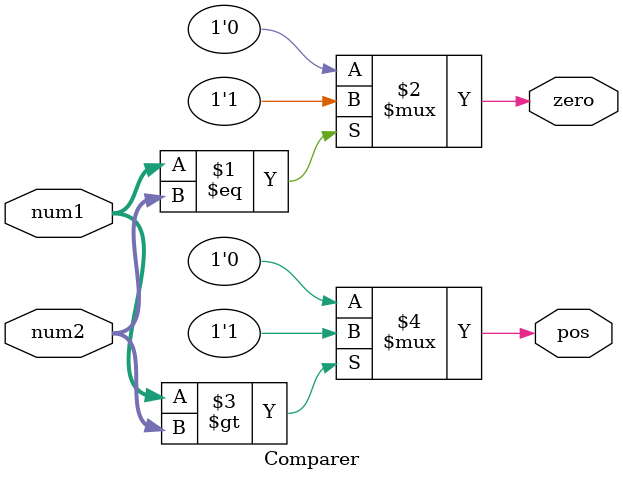
<source format=v>

module Comparer(num1, num2, zero, pos);
    input signed [31:0] num1;
	input signed [31:0] num2;
	output zero;
	output pos;
	
	assign zero = (num1 == num2) ? 1'b1:1'b0;
	assign pos = (num1 > num2 ) ? 1'b1:1'b0;

endmodule
</source>
